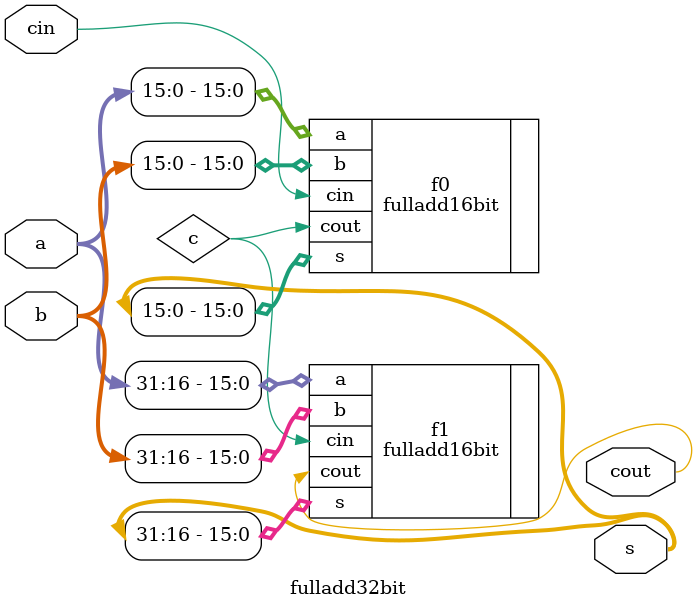
<source format=v>
module fulladd32bit(cin, a, b, s, cout);

input cin;
input [31:0]a, b;
output [31:0]s;
output cout;

wire c;

fulladd16bit f0(.cin(cin),.a(a[15:0]),.b(b[15:0]),.s(s[15:0]),.cout(c));
fulladd16bit f1(.cin(c),.a(a[31:16]),.b(b[31:16]),.s(s[31:16]),.cout(cout));

endmodule
</source>
